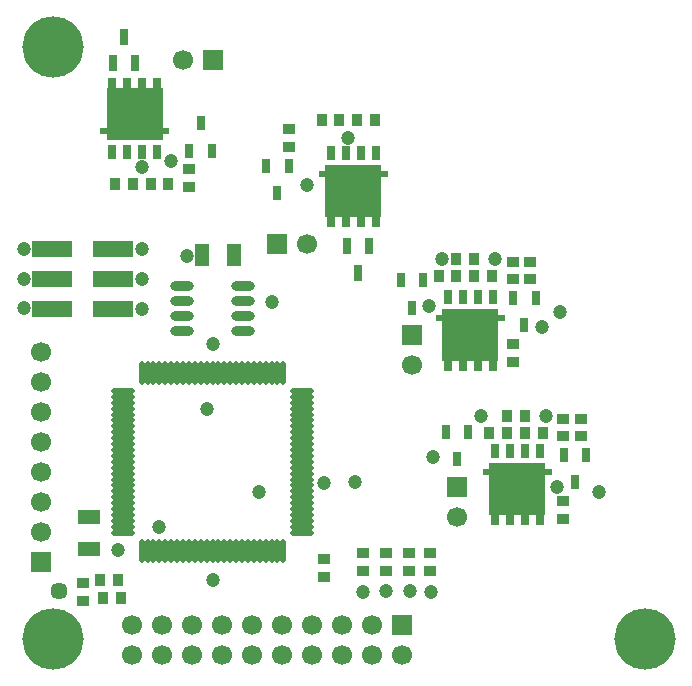
<source format=gts>
%FSLAX24Y24*%
%MOIN*%
%SFA1B1*%

%IPPOS*%
%ADD35R,0.031500X0.049200*%
%ADD36R,0.031500X0.053200*%
%ADD37R,0.035400X0.043300*%
%ADD38R,0.043300X0.035400*%
%ADD39R,0.132900X0.052800*%
%ADD40O,0.078700X0.019700*%
%ADD41O,0.019700X0.078700*%
%ADD42R,0.189800X0.174000*%
%ADD43R,0.029100X0.021700*%
%ADD44R,0.029900X0.041700*%
%ADD45R,0.029900X0.049600*%
%ADD46O,0.078700X0.031500*%
%ADD47R,0.051200X0.074800*%
%ADD48R,0.074800X0.051200*%
%ADD49R,0.066900X0.066900*%
%ADD50C,0.066900*%
%ADD51R,0.066900X0.066900*%
%ADD52C,0.057100*%
%ADD53C,0.047200*%
%ADD54C,0.204700*%
%LNdeploy(58mm)-1*%
%LPD*%
G54D35*
X6299Y18563D03*
X6673Y17657D03*
X5925D03*
X17087Y11831D03*
X16713Y12736D03*
X17461D03*
X14843Y7382D03*
X14468Y8287D03*
X15217D03*
X13346Y12421D03*
X12972Y13327D03*
X13720D03*
X18780Y6594D03*
X18406Y7500D03*
X19154D03*
X8858Y16240D03*
X8484Y17146D03*
X9232D03*
G54D36*
X3366Y20571D03*
X4114D03*
X3740Y21457D03*
X11909Y14469D03*
X11161D03*
X11535Y13583D03*
G54D37*
X12106Y18661D03*
X11516D03*
X16004Y13465D03*
X15413D03*
X14823D03*
X14232D03*
X16516Y8819D03*
X17106D03*
X5217Y16535D03*
X4626D03*
X3445D03*
X4035D03*
X10335Y18661D03*
X10925D03*
X3051Y2756D03*
X3642D03*
X17697Y8228D03*
X17106D03*
X16516D03*
X15925D03*
X2953Y3346D03*
X3543D03*
X14823Y14055D03*
X15413D03*
G54D38*
X17283Y13957D03*
Y13366D03*
X16693Y13957D03*
Y13366D03*
Y11201D03*
Y10610D03*
X18386Y8720D03*
Y8130D03*
X18976Y8720D03*
Y8130D03*
X2362Y3248D03*
Y2657D03*
X5906Y16437D03*
Y17028D03*
X18386Y5965D03*
Y5374D03*
X9252Y18366D03*
Y17776D03*
X10394Y4035D03*
Y3445D03*
X11693Y4232D03*
Y3642D03*
X12480Y4232D03*
Y3642D03*
X13937Y4232D03*
Y3642D03*
X13228Y4232D03*
Y3642D03*
G54D39*
X3387Y14386D03*
X1338D03*
X3387Y13386D03*
X1338D03*
Y12386D03*
X3387D03*
G54D40*
X9665Y4921D03*
Y5118D03*
Y5315D03*
Y5512D03*
Y5709D03*
Y5906D03*
Y6102D03*
Y6299D03*
Y6496D03*
Y6693D03*
Y6890D03*
Y7087D03*
Y7283D03*
Y7480D03*
Y7677D03*
Y7874D03*
Y8071D03*
Y8268D03*
Y8465D03*
Y8661D03*
Y8858D03*
Y9055D03*
Y9252D03*
Y9449D03*
Y9646D03*
X3720D03*
Y9449D03*
Y9252D03*
Y9055D03*
Y8858D03*
Y8661D03*
Y8465D03*
Y8268D03*
Y8071D03*
Y7874D03*
Y7677D03*
Y7480D03*
Y7283D03*
Y7087D03*
Y6890D03*
Y6693D03*
Y6496D03*
Y6299D03*
Y6102D03*
Y5906D03*
Y5709D03*
Y5512D03*
Y5315D03*
Y5118D03*
Y4921D03*
G54D41*
X9055Y10256D03*
X8858D03*
X8661D03*
X8465D03*
X8268D03*
X8071D03*
X7874D03*
X7677D03*
X7480D03*
X7283D03*
X7087D03*
X6890D03*
X6693D03*
X6496D03*
X6299D03*
X6102D03*
X5906D03*
X5709D03*
X5512D03*
X5315D03*
X5118D03*
X4921D03*
X4724D03*
X4528D03*
X4331D03*
Y4311D03*
X4528D03*
X4724D03*
X4921D03*
X5118D03*
X5315D03*
X5512D03*
X5709D03*
X5906D03*
X6102D03*
X6299D03*
X6496D03*
X6693D03*
X6890D03*
X7087D03*
X7283D03*
X7480D03*
X7677D03*
X7874D03*
X8071D03*
X8268D03*
X8465D03*
X8661D03*
X8858D03*
X9055D03*
G54D42*
X11380Y16315D03*
X4102Y18868D03*
X15283Y11526D03*
X16848Y6374D03*
G54D43*
X12396Y16876D03*
X10364D03*
X3087Y18307D03*
X5118D03*
X16299Y12087D03*
X14268D03*
X17864Y6935D03*
X15833D03*
G54D44*
X10630Y15315D03*
X11130D03*
X11630D03*
X12130D03*
X4852Y19868D03*
X4352D03*
X3852D03*
X3352D03*
X14533Y10526D03*
X15033D03*
X15533D03*
X16033D03*
X16098Y5374D03*
X16598D03*
X17098D03*
X17598D03*
G54D45*
X12130Y17579D03*
X11630D03*
X11130D03*
X10630D03*
X3352Y17604D03*
X3852D03*
X4352D03*
X4852D03*
X16033Y12789D03*
X15533D03*
X15033D03*
X14533D03*
X17598Y7638D03*
X17098D03*
X16598D03*
X16098D03*
G54D46*
X5669Y13152D03*
Y12652D03*
Y12152D03*
Y11652D03*
X7717Y13152D03*
Y12652D03*
Y12152D03*
Y11652D03*
G54D47*
X7421Y14173D03*
X6358D03*
G54D48*
X2559Y4390D03*
Y5453D03*
G54D49*
X8843Y14528D03*
X6709Y20669D03*
X12992Y1827D03*
G54D50*
X9843Y14528D03*
X5709Y20669D03*
X14843Y5457D03*
X13346Y10496D03*
X12992Y827D03*
X11992Y1827D03*
Y827D03*
X10992Y1827D03*
Y827D03*
X9992Y1827D03*
Y827D03*
X8992Y1827D03*
Y827D03*
X7992Y1827D03*
Y827D03*
X6992Y1827D03*
Y827D03*
X5992Y1827D03*
Y827D03*
X4992Y1827D03*
Y827D03*
X3992Y1827D03*
Y827D03*
X984Y4937D03*
Y5937D03*
Y6937D03*
Y7937D03*
Y8937D03*
Y9937D03*
Y10937D03*
G54D51*
X14843Y6457D03*
X13346Y11496D03*
X984Y3937D03*
G54D52*
X1575Y2992D03*
G54D53*
X11693Y2953D03*
X8661Y12598D03*
X19567Y6260D03*
X18189Y6457D03*
X14055Y7441D03*
X18268Y12283D03*
X17683Y11778D03*
X13918Y12480D03*
X9843Y16496D03*
X5315Y17323D03*
X4331Y17126D03*
Y13386D03*
Y12386D03*
X394Y12402D03*
X11220Y18071D03*
X14331Y14055D03*
X16102D03*
X17795Y8819D03*
X15630D03*
X6496Y9055D03*
X6693Y11220D03*
X3543Y4331D03*
X4921Y5118D03*
X394Y14370D03*
Y13386D03*
X11457Y6614D03*
X10394Y6575D03*
X8228Y6260D03*
X6693Y3348D03*
X13976Y2953D03*
X13268Y2992D03*
X12480D03*
X5827Y14134D03*
X4331Y14370D03*
G54D54*
X1378Y1378D03*
Y21102D03*
X21102Y1378D03*
M02*
</source>
